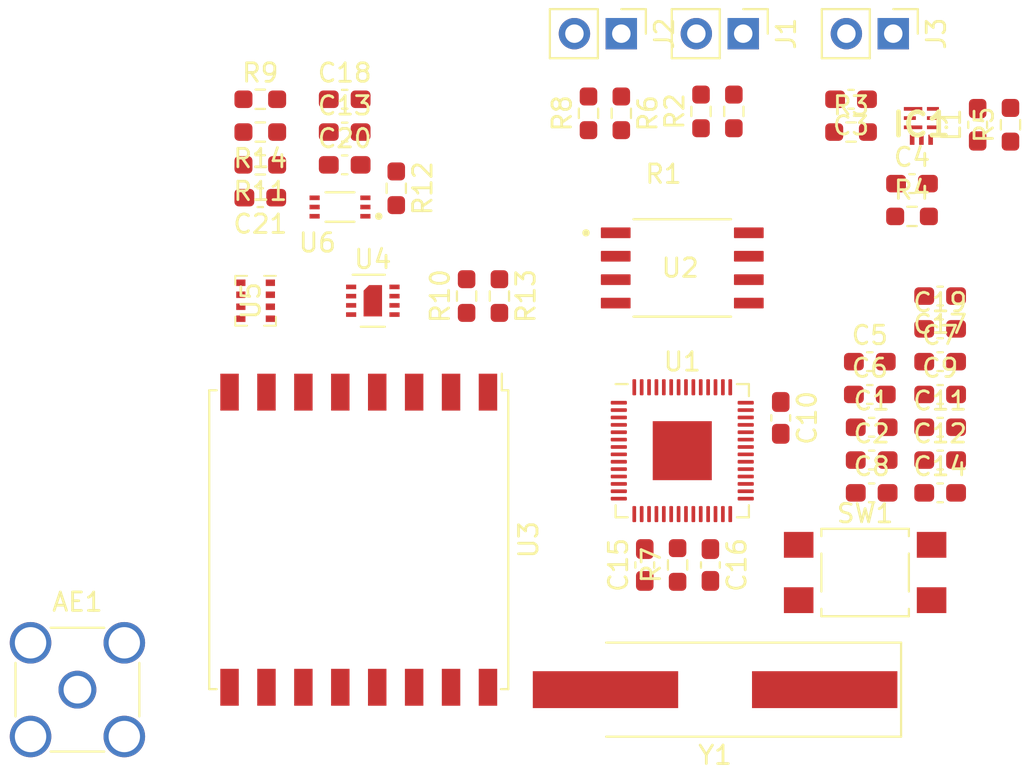
<source format=kicad_pcb>
(kicad_pcb (version 20211014) (generator pcbnew)
  (layers (0 "F.Cu" signal) (31 "B.Cu" signal) (34 "B.Paste" user) (35 "F.Paste" user) (36 "B.SilkS" user "B.Silkscreen") (37 "F.SilkS" user "F.Silkscreen") (38 "B.Mask" user) (39 "F.Mask" user) (44 "Edge.Cuts" user))
  (net 0 "")
  (net 1 "Net-(AE1-Pad1)")
  (net 2 "+1V1")
  (net 3 "GND")
  (net 4 "+BATT")
  (net 5 "Net-(C4-Pad2)")
  (net 6 "+3.3V")
  (net 7 "/XIN")
  (net 8 "Net-(C16-Pad2)")
  (net 9 "Net-(C21-Pad1)")
  (net 10 "Net-(IC1-Pad1)")
  (net 11 "Net-(IC1-Pad2)")
  (net 12 "Net-(IC1-Pad7)")
  (net 13 "Net-(IC1-Pad9)")
  (net 14 "/USB_D+")
  (net 15 "/USB_D-")
  (net 16 "/USB_BOOT")
  (net 17 "Net-(R1-Pad1)")
  (net 18 "Net-(R2-Pad1)")
  (net 19 "/QSPI_SS")
  (net 20 "/XOUT")
  (net 21 "/SDA")
  (net 22 "/SCL")
  (net 23 "Net-(R12-Pad2)")
  (net 24 "Net-(SW1-Pad2)")
  (net 27 "/MOSI_LORA")
  (net 28 "/CS_LORA")
  (net 29 "/SCK_LORA")
  (net 30 "/MISO_LORA")
  (net 31 "/GPIO_ALERT_SHT30")
  (net 32 "/DIO0_LORA")
  (net 33 "/DIO1_LORA")
  (net 34 "/DIO2_LORA")
  (net 35 "/DIO3_LORA")
  (net 36 "/DIO4_LORA")
  (net 37 "/DIO5_LORA")
  (net 56 "/QSPI_SD3")
  (net 57 "/QSPI_SCLK")
  (net 58 "/QSPI_SD0")
  (net 59 "/QSPI_SD2")
  (net 60 "/QSPI_SD1")
  (footprint "Resistor_SMD:R_0603_1608Metric_Pad0.98x0.95mm_HandSolder" (layer "F.Cu") (at 50.8 46.228 180)
    (fp_text reference "R14" (at 0 -1.43) (layer "F.SilkS"))
    (fp_text value "10k")
    (fp_line (start -0.254724 0.5225) (end 0.254724 0.5225) (layer "F.SilkS") (width 0.12))
    (fp_line (start -0.254724 -0.5225) (end 0.254724 -0.5225) (layer "F.SilkS") (width 0.12))
    (pad "1" smd roundrect (at -0.9125 0 180) (size 0.975 0.95) (layers "F.Cu" "F.Paste" "F.Mask") (net 21 "/SDA"))
    (pad "2" smd roundrect (at 0.9125 0 180) (size 0.975 0.95) (layers "F.Cu" "F.Paste" "F.Mask") (net 6 "+3.3V"))
  )
  (footprint "Resistor_SMD:R_0603_1608Metric_Pad0.98x0.95mm_HandSolder" (layer "F.Cu") (at 82.804 46.228)
    (fp_text reference "R3" (at 0 -1.43) (layer "F.SilkS"))
    (fp_text value "40.2k")
    (fp_line (start -0.254724 0.5225) (end 0.254724 0.5225) (layer "F.SilkS") (width 0.12))
    (fp_line (start -0.254724 -0.5225) (end 0.254724 -0.5225) (layer "F.SilkS") (width 0.12))
    (pad "1" smd roundrect (at -0.9125 0) (size 0.975 0.95) (layers "F.Cu" "F.Paste" "F.Mask") (net 3 "GND"))
    (pad "2" smd roundrect (at 0.9125 0) (size 0.975 0.95) (layers "F.Cu" "F.Paste" "F.Mask") (net 12 "Net-(IC1-Pad7)"))
  )
  (footprint "Resistor_SMD:R_0603_1608Metric_Pad0.98x0.95mm_HandSolder" (layer "F.Cu") (at 50.8 44.45)
    (fp_text reference "R9" (at 0 -1.43) (layer "F.SilkS"))
    (fp_text value "10k")
    (fp_line (start -0.254724 0.5225) (end 0.254724 0.5225) (layer "F.SilkS") (width 0.12))
    (fp_line (start -0.254724 -0.5225) (end 0.254724 -0.5225) (layer "F.SilkS") (width 0.12))
    (pad "1" smd roundrect (at -0.9125 0) (size 0.975 0.95) (layers "F.Cu" "F.Paste" "F.Mask") (net 6 "+3.3V"))
    (pad "2" smd roundrect (at 0.9125 0) (size 0.975 0.95) (layers "F.Cu" "F.Paste" "F.Mask") (net 21 "/SDA"))
  )
  (footprint "Flashs:SOIC127P790X216-8N" (layer "F.Cu") (at 73.66 53.594)
    (fp_text reference "U2" (at -0.111 0) (layer "F.SilkS"))
    (fp_text value "W25Q128JVSIQ")
    (fp_line (start -2.64 -2.64) (end 2.64 -2.64) (layer "F.SilkS") (width 0.127))
    (fp_line (start -2.64 2.64) (end 2.64 2.64) (layer "F.SilkS") (width 0.127))
    (fp_circle (center -5.215 -1.905) (end -5.115 -1.905) (layer "F.SilkS") (width 0.2) (fill none))
    (pad "1" smd roundrect locked (at -3.605 -1.905) (size 1.61 0.58) (layers "F.Cu" "F.Paste" "F.Mask") (roundrect_rratio 0.07) (net 19 "/QSPI_SS"))
    (pad "2" smd roundrect locked (at -3.605 -0.635) (size 1.61 0.58) (layers "F.Cu" "F.Paste" "F.Mask") (roundrect_rratio 0.07) (net 60 "/QSPI_SD1"))
    (pad "3" smd roundrect locked (at -3.605 0.635) (size 1.61 0.58) (layers "F.Cu" "F.Paste" "F.Mask") (roundrect_rratio 0.07) (net 59 "/QSPI_SD2"))
    (pad "4" smd roundrect locked (at -3.605 1.905) (size 1.61 0.58) (layers "F.Cu" "F.Paste" "F.Mask") (roundrect_rratio 0.07) (net 3 "GND"))
    (pad "5" smd roundrect locked (at 3.605 1.905) (size 1.61 0.58) (layers "F.Cu" "F.Paste" "F.Mask") (roundrect_rratio 0.07) (net 58 "/QSPI_SD0"))
    (pad "6" smd roundrect locked (at 3.605 0.635) (size 1.61 0.58) (layers "F.Cu" "F.Paste" "F.Mask") (roundrect_rratio 0.07) (net 57 "/QSPI_SCLK"))
    (pad "7" smd roundrect locked (at 3.605 -0.635) (size 1.61 0.58) (layers "F.Cu" "F.Paste" "F.Mask") (roundrect_rratio 0.07) (net 56 "/QSPI_SD3"))
    (pad "8" smd roundrect locked (at 3.605 -1.905) (size 1.61 0.58) (layers "F.Cu" "F.Paste" "F.Mask") (roundrect_rratio 0.07) (net 6 "+3.3V"))
  )
  (footprint "Connector_PinHeader_2.54mm:PinHeader_1x02_P2.54mm_Vertical" (layer "F.Cu") (at 70.358 40.894 -90)
    (fp_text reference "J2" (at 0 -2.33 90) (layer "F.SilkS"))
    (fp_text value "Conn_01x02")
    (fp_line (start -1.33 1.27) (end 1.33 1.27) (layer "F.SilkS") (width 0.12))
    (fp_line (start 1.33 1.27) (end 1.33 3.87) (layer "F.SilkS") (width 0.12))
    (fp_line (start -1.33 -1.33) (end 0 -1.33) (layer "F.SilkS") (width 0.12))
    (fp_line (start -1.33 3.87) (end 1.33 3.87) (layer "F.SilkS") (width 0.12))
    (fp_line (start -1.33 0) (end -1.33 -1.33) (layer "F.SilkS") (width 0.12))
    (fp_line (start -1.33 1.27) (end -1.33 3.87) (layer "F.SilkS") (width 0.12))
    (pad "1" thru_hole rect (at 0 0 270) (size 1.7 1.7) (drill 1) (layers *.Cu *.Mask) (net 16 "/USB_BOOT"))
    (pad "2" thru_hole oval (at 0 2.54 270) (size 1.7 1.7) (drill 1) (layers *.Cu *.Mask) (net 3 "GND"))
  )
  (footprint "Capacitor_SMD:C_0603_1608Metric_Pad1.08x0.95mm_HandSolder" (layer "F.Cu") (at 87.63 60.452)
    (fp_text reference "C9" (at 0 -1.43) (layer "F.SilkS"))
    (fp_text value "100nF")
    (fp_line (start -0.146267 0.51) (end 0.146267 0.51) (layer "F.SilkS") (width 0.12))
    (fp_line (start -0.146267 -0.51) (end 0.146267 -0.51) (layer "F.SilkS") (width 0.12))
    (pad "1" smd roundrect (at -0.8625 0) (size 1.075 0.95) (layers "F.Cu" "F.Paste" "F.Mask") (net 6 "+3.3V"))
    (pad "2" smd roundrect (at 0.8625 0) (size 1.075 0.95) (layers "F.Cu" "F.Paste" "F.Mask") (net 3 "GND"))
  )
  (footprint "Capacitor_SMD:C_0603_1608Metric_Pad1.08x0.95mm_HandSolder" (layer "F.Cu") (at 87.63 58.674)
    (fp_text reference "C7" (at 0 -1.43) (layer "F.SilkS"))
    (fp_text value "100nF")
    (fp_line (start -0.146267 -0.51) (end 0.146267 -0.51) (layer "F.SilkS") (width 0.12))
    (fp_line (start -0.146267 0.51) (end 0.146267 0.51) (layer "F.SilkS") (width 0.12))
    (pad "1" smd roundrect (at -0.8625 0) (size 1.075 0.95) (layers "F.Cu" "F.Paste" "F.Mask") (net 6 "+3.3V"))
    (pad "2" smd roundrect (at 0.8625 0) (size 1.075 0.95) (layers "F.Cu" "F.Paste" "F.Mask") (net 3 "GND"))
  )
  (footprint "Resistor_SMD:R_0603_1608Metric_Pad0.98x0.95mm_HandSolder" (layer "F.Cu") (at 63.754 55.118 -90)
    (fp_text reference "R13" (at 0 -1.43 90) (layer "F.SilkS"))
    (fp_text value "10k")
    (fp_line (start -0.254724 -0.5225) (end 0.254724 -0.5225) (layer "F.SilkS") (width 0.12))
    (fp_line (start -0.254724 0.5225) (end 0.254724 0.5225) (layer "F.SilkS") (width 0.12))
    (pad "1" smd roundrect (at -0.9125 0 270) (size 0.975 0.95) (layers "F.Cu" "F.Paste" "F.Mask") (net 22 "/SCL"))
    (pad "2" smd roundrect (at 0.9125 0 270) (size 0.975 0.95) (layers "F.Cu" "F.Paste" "F.Mask") (net 6 "+3.3V"))
  )
  (footprint "Capacitor_SMD:C_0603_1608Metric_Pad1.08x0.95mm_HandSolder" (layer "F.Cu") (at 83.82 58.674)
    (fp_text reference "C5" (at 0 -1.43) (layer "F.SilkS"))
    (fp_text value "100nF")
    (fp_line (start -0.146267 -0.51) (end 0.146267 -0.51) (layer "F.SilkS") (width 0.12))
    (fp_line (start -0.146267 0.51) (end 0.146267 0.51) (layer "F.SilkS") (width 0.12))
    (pad "1" smd roundrect (at -0.8625 0) (size 1.075 0.95) (layers "F.Cu" "F.Paste" "F.Mask") (net 6 "+3.3V"))
    (pad "2" smd roundrect (at 0.8625 0) (size 1.075 0.95) (layers "F.Cu" "F.Paste" "F.Mask") (net 3 "GND"))
  )
  (footprint "Resistor_SMD:R_0603_1608Metric_Pad0.98x0.95mm_HandSolder" (layer "F.Cu") (at 76.454 45.1085 90)
    (fp_text reference "R1" (at -3.396 -3.81) (layer "F.SilkS"))
    (fp_text value "27")
    (fp_line (start -0.254724 -0.5225) (end 0.254724 -0.5225) (layer "F.SilkS") (width 0.12))
    (fp_line (start -0.254724 0.5225) (end 0.254724 0.5225) (layer "F.SilkS") (width 0.12))
    (pad "1" smd roundrect (at -0.9125 0 90) (size 0.975 0.95) (layers "F.Cu" "F.Paste" "F.Mask") (net 17 "Net-(R1-Pad1)"))
    (pad "2" smd roundrect (at 0.9125 0 90) (size 0.975 0.95) (layers "F.Cu" "F.Paste" "F.Mask") (net 14 "/USB_D+"))
  )
  (footprint "Resistor_SMD:R_0603_1608Metric_Pad0.98x0.95mm_HandSolder" (layer "F.Cu") (at 50.8 48.006 180)
    (fp_text reference "R11" (at 0 -1.43) (layer "F.SilkS"))
    (fp_text value "1k")
    (fp_line (start -0.254724 0.5225) (end 0.254724 0.5225) (layer "F.SilkS") (width 0.12))
    (fp_line (start -0.254724 -0.5225) (end 0.254724 -0.5225) (layer "F.SilkS") (width 0.12))
    (pad "1" smd roundrect (at -0.9125 0 180) (size 0.975 0.95) (layers "F.Cu" "F.Paste" "F.Mask") (net 9 "Net-(C21-Pad1)"))
    (pad "2" smd roundrect (at 0.9125 0 180) (size 0.975 0.95) (layers "F.Cu" "F.Paste" "F.Mask") (net 6 "+3.3V"))
  )
  (footprint "Connector_PinHeader_2.54mm:PinHeader_1x02_P2.54mm_Vertical" (layer "F.Cu") (at 85.09 40.894 -90)
    (fp_text reference "J3" (at 0 -2.33 90) (layer "F.SilkS"))
    (fp_text value "Conn_01x02")
    (fp_line (start 1.33 1.27) (end 1.33 3.87) (layer "F.SilkS") (width 0.12))
    (fp_line (start -1.33 1.27) (end 1.33 1.27) (layer "F.SilkS") (width 0.12))
    (fp_line (start -1.33 0) (end -1.33 -1.33) (layer "F.SilkS") (width 0.12))
    (fp_line (start -1.33 -1.33) (end 0 -1.33) (layer "F.SilkS") (width 0.12))
    (fp_line (start -1.33 3.87) (end 1.33 3.87) (layer "F.SilkS") (width 0.12))
    (fp_line (start -1.33 1.27) (end -1.33 3.87) (layer "F.SilkS") (width 0.12))
    (pad "1" thru_hole rect (at 0 0 270) (size 1.7 1.7) (drill 1) (layers *.Cu *.Mask) (net 4 "+BATT"))
    (pad "2" thru_hole oval (at 0 2.54 270) (size 1.7 1.7) (drill 1) (layers *.Cu *.Mask) (net 3 "GND"))
  )
  (footprint "RF_Module:HOPERF_RFM9XW_SMD" (layer "F.Cu") (at 56.134 68.326 -90)
    (fp_text reference "U3" (at 0 -9.2 90) (layer "F.SilkS"))
    (fp_text value "RFM95W-868S2")
    (fp_line (start 8.1 -8.1) (end 8.1 -7.7) (layer "F.SilkS") (width 0.12))
    (fp_line (start -8.1 -8.1) (end 8.1 -8.1) (layer "F.SilkS") (width 0.12))
    (fp_line (start -8.1 7.7) (end -8.1 8.1) (layer "F.SilkS") (width 0.12))
    (fp_line (start -8.1 -8.1) (end -8.1 -7.75) (layer "F.SilkS") (width 0.12))
    (fp_line (start -8.1 8.1) (end 8.1 8.1) (layer "F.SilkS") (width 0.12))
    (fp_line (start 8.1 8.1) (end 8.1 7.7) (layer "F.SilkS") (width 0.12))
    (fp_line (start -8.1 -7.75) (end -9 -7.75) (layer "F.SilkS") (width 0.12))
    (pad "1" smd rect (at -8 -7 270) (size 2 1) (layers "F.Cu" "F.Paste" "F.Mask") (net 3 "GND"))
    (pad "2" smd rect (at -8 -5 270) (size 2 1) (layers "F.Cu" "F.Paste" "F.Mask") (net 30 "/MISO_LORA"))
    (pad "3" smd rect (at -8 -3 270) (size 2 1) (layers "F.Cu" "F.Paste" "F.Mask") (net 27 "/MOSI_LORA"))
    (pad "4" smd rect (at -8 -1 270) (size 2 1) (layers "F.Cu" "F.Paste" "F.Mask") (net 29 "/SCK_LORA"))
    (pad "5" smd rect (at -8 1 270) (size 2 1) (layers "F.Cu" "F.Paste" "F.Mask") (net 28 "/CS_LORA"))
    (pad "6" smd rect (at -8 3 270) (size 2 1) (layers "F.Cu" "F.Paste" "F.Mask") (net 3 "GND"))
    (pad "7" smd rect (at -8 5 270) (size 2 1) (layers "F.Cu" "F.Paste" "F.Mask") (net 32 "/DIO0_LORA"))
    (pad "8" smd rect (at -8 7 270) (size 2 1) (layers "F.Cu" "F.Paste" "F.Mask") (net 3 "GND"))
    (pad "9" smd rect (at 8 7 270) (size 2 1) (layers "F.Cu" "F.Paste" "F.Mask") (net 1 "Net-(AE1-Pad1)"))
    (pad "10" smd rect (at 8 5 270) (size 2 1) (layers "F.Cu" "F.Paste" "F.Mask") (net 3 "GND"))
    (pad "11" smd rect (at 8 3 270) (size 2 1) (layers "F.Cu" "F.Paste" "F.Mask") (net 34 "/DIO2_LORA"))
    (pad "12" smd rect (at 8 1 270) (size 2 1) (layers "F.Cu" "F.Paste" "F.Mask") (net 33 "/DIO1_LORA"))
    (pad "13" smd rect (at 8 -1 270) (size 2 1) (layers "F.Cu" "F.Paste" "F.Mask") (net 6 "+3.3V"))
    (pad "14" smd rect (at 8 -3 270) (size 2 1) (layers "F.Cu" "F.Paste" "F.Mask") (net 37 "/DIO5_LORA"))
    (pad "15" smd rect (at 8 -5 270) (size 2 1) (layers "F.Cu" "F.Paste" "F.Mask") (net 36 "/DIO4_LORA"))
    (pad "16" smd rect (at 8 -7 270) (size 2 1) (layers "F.Cu" "F.Paste" "F.Mask") (net 35 "/DIO3_LORA"))
  )
  (footprint "Capacitor_SMD:C_0603_1608Metric_Pad1.08x0.95mm_HandSolder" (layer "F.Cu") (at 87.63 62.23)
    (fp_text reference "C11" (at 0 -1.43) (layer "F.SilkS"))
    (fp_text value "100nF")
    (fp_line (start -0.146267 -0.51) (end 0.146267 -0.51) (layer "F.SilkS") (width 0.12))
    (fp_line (start -0.146267 0.51) (end 0.146267 0.51) (layer "F.SilkS") (width 0.12))
    (pad "1" smd roundrect (at -0.8625 0) (size 1.075 0.95) (layers "F.Cu" "F.Paste" "F.Mask") (net 6 "+3.3V"))
    (pad "2" smd roundrect (at 0.8625 0) (size 1.075 0.95) (layers "F.Cu" "F.Paste" "F.Mask") (net 3 "GND"))
  )
  (footprint "Capacitor_SMD:C_0603_1608Metric_Pad1.08x0.95mm_HandSolder" (layer "F.Cu") (at 75.184 69.6965 -90)
    (fp_text reference "C16" (at 0 -1.43 90) (layer "F.SilkS"))
    (fp_text value "27pF")
    (fp_line (start -0.146267 0.51) (end 0.146267 0.51) (layer "F.SilkS") (width 0.12))
    (fp_line (start -0.146267 -0.51) (end 0.146267 -0.51) (layer "F.SilkS") (width 0.12))
    (pad "1" smd roundrect (at -0.8625 0 270) (size 1.075 0.95) (layers "F.Cu" "F.Paste" "F.Mask") (net 3 "GND"))
    (pad "2" smd roundrect (at 0.8625 0 270) (size 1.075 0.95) (layers "F.Cu" "F.Paste" "F.Mask") (net 8 "Net-(C16-Pad2)"))
  )
  (footprint "Capacitor_SMD:C_0603_1608Metric_Pad1.08x0.95mm_HandSolder" (layer "F.Cu") (at 87.63 65.786)
    (fp_text reference "C14" (at 0 -1.43) (layer "F.SilkS"))
    (fp_text value "100nF")
    (fp_line (start -0.146267 0.51) (end 0.146267 0.51) (layer "F.SilkS") (width 0.12))
    (fp_line (start -0.146267 -0.51) (end 0.146267 -0.51) (layer "F.SilkS") (width 0.12))
    (pad "1" smd roundrect (at -0.8625 0) (size 1.075 0.95) (layers "F.Cu" "F.Paste" "F.Mask") (net 6 "+3.3V"))
    (pad "2" smd roundrect (at 0.8625 0) (size 1.075 0.95) (layers "F.Cu" "F.Paste" "F.Mask") (net 3 "GND"))
  )
  (footprint "Capacitor_SMD:C_0603_1608Metric_Pad1.08x0.95mm_HandSolder" (layer "F.Cu") (at 50.8 49.784 180)
    (fp_text reference "C21" (at 0 -1.43) (layer "F.SilkS"))
    (fp_text value "100nF")
    (fp_line (start -0.146267 -0.51) (end 0.146267 -0.51) (layer "F.SilkS") (width 0.12))
    (fp_line (start -0.146267 0.51) (end 0.146267 0.51) (layer "F.SilkS") (width 0.12))
    (pad "1" smd roundrect (at -0.8625 0 180) (size 1.075 0.95) (layers "F.Cu" "F.Paste" "F.Mask") (net 9 "Net-(C21-Pad1)"))
    (pad "2" smd roundrect (at 0.8625 0 180) (size 1.075 0.95) (layers "F.Cu" "F.Paste" "F.Mask") (net 3 "GND"))
  )
  (footprint "Resistor_SMD:R_0603_1608Metric_Pad0.98x0.95mm_HandSolder" (layer "F.Cu") (at 73.406 69.6965 90)
    (fp_text reference "R7" (at 0 -1.43 90) (layer "F.SilkS"))
    (fp_text value "1k")
    (fp_line (start -0.254724 -0.5225) (end 0.254724 -0.5225) (layer "F.SilkS") (width 0.12))
    (fp_line (start -0.254724 0.5225) (end 0.254724 0.5225) (layer "F.SilkS") (width 0.12))
    (pad "1" smd roundrect (at -0.9125 0 90) (size 0.975 0.95) (layers "F.Cu" "F.Paste" "F.Mask") (net 8 "Net-(C16-Pad2)"))
    (pad "2" smd roundrect (at 0.9125 0 90) (size 0.975 0.95) (layers "F.Cu" "F.Paste" "F.Mask") (net 20 "/XOUT"))
  )
  (footprint "Button_Switch_SMD:SW_SPST_TL3305A" (layer "F.Cu") (at 83.566 70.104)
    (fp_text reference "SW1" (at 0 -3.2) (layer "F.SilkS"))
    (fp_text value "SW_Push")
    (fp_line (start 2.37 1.03) (end 2.37 -1.03) (layer "F.SilkS") (width 0.12))
    (fp_line (start 2.37 2.37) (end 2.37 1.97) (layer "F.SilkS") (width 0.12))
    (fp_line (start 2.37 -2.37) (end 2.37 -1.97) (layer "F.SilkS") (width 0.12))
    (fp_line (start -2.37 -2.37) (end 2.37 -2.37) (layer "F.SilkS") (width 0.12))
    (fp_line (start -2.37 1.03) (end -2.37 -1.03) (layer "F.SilkS") (width 0.12))
    (fp_line (start -2.37 2.37) (end -2.37 1.97) (layer "F.SilkS") (width 0.12))
    (fp_line (start -2.37 -2.37) (end -2.37 -1.97) (layer "F.SilkS") (width 0.12))
    (fp_line (start -2.37 2.37) (end 2.37 2.37) (layer "F.SilkS") (width 0.12))
    (pad "1" smd rect (at -3.6 -1.5) (size 1.6 1.4) (layers "F.Cu" "F.Paste" "F.Mask") (net 3 "GND"))
    (pad "1" smd rect (at 3.6 -1.5) (size 1.6 1.4) (layers "F.Cu" "F.Paste" "F.Mask") (net 3 "GND"))
    (pad "2" smd rect (at -3.6 1.5) (size 1.6 1.4) (layers "F.Cu" "F.Paste" "F.Mask") (net 24 "Net-(SW1-Pad2)"))
    (pad "2" smd rect (at 3.6 1.5) (size 1.6 1.4) (layers "F.Cu" "F.Paste" "F.Mask") (net 24 "Net-(SW1-Pad2)"))
  )
  (footprint "Sensor_Humidity:Sensirion_DFN-8-1EP_2.5x2.5mm_P0.5mm_EP1.1x1.7mm" (layer "F.Cu") (at 56.896 55.372)
    (fp_text reference "U4" (at 0 -2.25) (layer "F.SilkS"))
    (fp_text value "SHT30-DIS")
    (fp_line (start -0.65 1.41) (end 0.65 1.41) (layer "F.SilkS") (width 0.12))
    (fp_line (start -1.09 -1.41) (end 0.65 -1.41) (layer "F.SilkS") (width 0.12))
    (pad "1" smd rect (at -1.175 -0.75) (size 0.55 0.25) (layers "F.Cu" "F.Paste" "F.Mask") (net 21 "/SDA"))
    (pad "2" smd rect (at -1.175 -0.25) (size 0.55 0.25) (layers "F.Cu" "F.Paste" "F.Mask") (net 3 "GND"))
    (pad "3" smd rect (at -1.175 0.25) (size 0.55 0.25) (layers "F.Cu" "F.Paste" "F.Mask") (net 31 "/GPIO_ALERT_SHT30"))
    (pad "4" smd rect (at -1.175 0.75 180) (size 0.55 0.25) (layers "F.Cu" "F.Paste" "F.Mask") (net 22 "/SCL"))
    (pad "5" smd rect (at 1.175 0.75) (size 0.55 0.25) (layers "F.Cu" "F.Paste" "F.Mask") (net 6 "+3.3V"))
    (pad "6" smd rect (at 1.175 0.25) (size 0.55 0.25) (layers "F.Cu" "F.Paste" "F.Mask") (net 3 "GND"))
    (pad "7" smd rect (at 1.175 -0.25) (size 0.55 0.25) (layers "F.Cu" "F.Paste" "F.Mask") (net 3 "GND"))
    (pad "8" smd rect (at 1.175 -0.75) (size 0.55 0.25) (layers "F.Cu" "F.Paste" "F.Mask") (net 3 "GND"))
    (pad "9" smd custom (at 0 0) (size 1 1) (layers "F.Cu" "F.Mask") (net 3 "GND") (options (clearance outline) (anchor circle)) (primitives (gr_poly (pts (xy 0.5 0.85) (xy -0.5 0.85) (xy -0.5 -0.55) (xy -0.2 -0.85) (xy 0.5 -0.85)) (width 0) (fill yes))))
  )
  (footprint "Inductor_SMD:L_0603_1608Metric_Pad1.05x0.95mm_HandSolder" (layer "F.Cu") (at 89.662 45.833 90)
    (fp_text reference "L1" (at 0 -1.43 90) (layer "F.SilkS"))
    (fp_text value "1uH")
    (fp_line (start -0.171267 -0.51) (end 0.171267 -0.51) (layer "F.SilkS") (width 0.12))
    (fp_line (start -0.171267 0.51) (end 0.171267 0.51) (layer "F.SilkS") (width 0.12))
    (pad "1" smd roundrect (at -0.875 0 90) (size 1.05 0.95) (layers "F.Cu" "F.Paste" "F.Mask") (net 11 "Net-(IC1-Pad2)"))
    (pad "2" smd roundrect (at 0.875 0 90) (size 1.05 0.95) (layers "F.Cu" "F.Paste" "F.Mask") (net 6 "+3.3V"))
  )
  (footprint "Capacitor_SMD:C_0603_1608Metric_Pad1.08x0.95mm_HandSolder" (layer "F.Cu") (at 82.804 44.45 180)
    (fp_text reference "C3" (at 0 -1.43) (layer "F.SilkS"))
    (fp_text value "10uF")
    (fp_line (start -0.146267 0.51) (end 0.146267 0.51) (layer "F.SilkS") (width 0.12))
    (fp_line (start -0.146267 -0.51) (end 0.146267 -0.51) (layer "F.SilkS") (width 0.12))
    (pad "1" smd roundrect (at -0.8625 0 180) (size 1.075 0.95) (layers "F.Cu" "F.Paste" "F.Mask") (net 4 "+BATT"))
    (pad "2" smd roundrect (at 0.8625 0 180) (size 1.075 0.95) (layers "F.Cu" "F.Paste" "F.Mask") (net 3 "GND"))
  )
  (footprint "Capacitor_SMD:C_0603_1608Metric_Pad1.08x0.95mm_HandSolder" (layer "F.Cu") (at 83.9205 65.786)
    (fp_text reference "C8" (at 0 -1.43) (layer "F.SilkS"))
    (fp_text value "1uF")
    (fp_line (start -0.146267 -0.51) (end 0.146267 -0.51) (layer "F.SilkS") (width 0.12))
    (fp_line (start -0.146267 0.51) (end 0.146267 0.51) (layer "F.SilkS") (width 0.12))
    (pad "1" smd roundrect (at -0.8625 0) (size 1.075 0.95) (layers "F.Cu" "F.Paste" "F.Mask") (net 2 "+1V1"))
    (pad "2" smd roundrect (at 0.8625 0) (size 1.075 0.95) (layers "F.Cu" "F.Paste" "F.Mask") (net 3 "GND"))
  )
  (footprint "Connector_Coaxial:SMA_Amphenol_901-144_Vertical" (layer "F.Cu") (at 40.894 76.454)
    (fp_text reference "AE1" (at 0 -4.75) (layer "F.SilkS"))
    (fp_text value "Antenna")
    (fp_line (start -3.355 -1.45) (end -3.355 1.45) (layer "F.SilkS") (width 0.12))
    (fp_line (start -1.45 3.355) (end 1.45 3.355) (layer "F.SilkS") (width 0.12))
    (fp_line (start 3.355 -1.45) (end 3.355 1.45) (layer "F.SilkS") (width 0.12))
    (fp_line (start -1.45 -3.355) (end 1.45 -3.355) (layer "F.SilkS") (width 0.12))
    (pad "1" thru_hole circle (at 0 0) (size 2.05 2.05) (drill 1.5) (layers *.Cu *.Mask) (net 1 "Net-(AE1-Pad1)"))
    (pad "2" thru_hole circle (at 2.54 2.54) (size 2.25 2.25) (drill 1.7) (layers *.Cu *.Mask))
    (pad "2" thru_hole circle (at -2.54 -2.54) (size 2.25 2.25) (drill 1.7) (layers *.Cu *.Mask))
    (pad "2" thru_hole circle (at 2.54 -2.54) (size 2.25 2.25) (drill 1.7) (layers *.Cu *.Mask))
    (pad "2" thru_hole circle (at -2.54 2.54) (size 2.25 2.25) (drill 1.7) (layers *.Cu *.Mask))
  )
  (footprint "Capacitor_SMD:C_0603_1608Metric_Pad1.08x0.95mm_HandSolder" (layer "F.Cu") (at 83.9205 64.008)
    (fp_text reference "C2" (at 0 -1.43) (layer "F.SilkS"))
    (fp_text value "100nF")
    (fp_line (start -0.146267 -0.51) (end 0.146267 -0.51) (layer "F.SilkS") (width 0.12))
    (fp_line (start -0.146267 0.51) (end 0.146267 0.51) (layer "F.SilkS") (width 0.12))
    (pad "1" smd roundrect (at -0.8625 0) (size 1.075 0.95) (layers "F.Cu" "F.Paste" "F.Mask") (net 2 "+1V1"))
    (pad "2" smd roundrect (at 0.8625 0) (size 1.075 0.95) (layers "F.Cu" "F.Paste" "F.Mask") (net 3 "GND"))
  )
  (footprint "Capacitor_SMD:C_0603_1608Metric_Pad1.08x0.95mm_HandSolder" (layer "F.Cu") (at 71.628 69.6965 90)
    (fp_text reference "C15" (at 0 -1.43 90) (layer "F.SilkS"))
    (fp_text value "27pF")
    (fp_line (start -0.146267 -0.51) (end 0.146267 -0.51) (layer "F.SilkS") (width 0.12))
    (fp_line (start -0.146267 0.51) (end 0.146267 0.51) (layer "F.SilkS") (width 0.12))
    (pad "1" smd roundrect (at -0.8625 0 90) (size 1.075 0.95) (layers "F.Cu" "F.Paste" "F.Mask") (net 3 "GND"))
    (pad "2" smd roundrect (at 0.8625 0 90) (size 1.075 0.95) (layers "F.Cu" "F.Paste" "F.Mask") (net 7 "/XIN"))
  )
  (footprint "Resistor_SMD:R_0603_1608Metric_Pad0.98x0.95mm_HandSolder" (layer "F.Cu") (at 91.44 45.833 90)
    (fp_text reference "R5" (at 0 -1.43 90) (layer "F.SilkS"))
    (fp_text value "100k")
    (fp_line (start -0.254724 0.5225) (end 0.254724 0.5225) (layer "F.SilkS") (width 0.12))
    (fp_line (start -0.254724 -0.5225) (end 0.254724 -0.5225) (layer "F.SilkS") (width 0.12))
    (pad "1" smd roundrect (at -0.9125 0 90) (size 0.975 0.95) (layers "F.Cu" "F.Paste" "F.Mask") (net 10 "Net-(IC1-Pad1)"))
    (pad "2" smd roundrect (at 0.9125 0 90) (size 0.975 0.95) (layers "F.Cu" "F.Paste" "F.Mask") (net 6 "+3.3V"))
  )
  (footprint "Capacitor_SMD:C_0603_1608Metric_Pad1.08x0.95mm_HandSolder" (layer "F.Cu") (at 83.9205 62.23)
    (fp_text reference "C1" (at 0 -1.43) (layer "F.SilkS"))
    (fp_text value "100nF")
    (fp_line (start -0.146267 0.51) (end 0.146267 0.51) (layer "F.SilkS") (width 0.12))
    (fp_line (start -0.146267 -0.51) (end 0.146267 -0.51) (layer "F.SilkS") (width 0.12))
    (pad "1" smd roundrect (at -0.8625 0) (size 1.075 0.95) (layers "F.Cu" "F.Paste" "F.Mask") (net 2 "+1V1"))
    (pad "2" smd roundrect (at 0.8625 0) (size 1.075 0.95) (layers "F.Cu" "F.Paste" "F.Mask") (net 3 "GND"))
  )
  (footprint "Resistor_SMD:R_0603_1608Metric_Pad0.98x0.95mm_HandSolder" (layer "F.Cu") (at 58.166 49.276 -90)
    (fp_text reference "R12" (at 0 -1.43 90) (layer "F.SilkS"))
    (fp_text value "1k")
    (fp_line (start -0.254724 0.5225) (end 0.254724 0.5225) (layer "F.SilkS") (width 0.12))
    (fp_line (start -0.254724 -0.5225) (end 0.254724 -0.5225) (layer "F.SilkS") (width 0.12))
    (pad "1" smd roundrect (at -0.9125 0 270) (size 0.975 0.95) (layers "F.Cu" "F.Paste" "F.Mask") (net 3 "GND"))
    (pad "2" smd roundrect (at 0.9125 0 270) (size 0.975 0.95) (layers "F.Cu" "F.Paste" "F.Mask") (net 23 "Net-(R12-Pad2)"))
  )
  (footprint "Resistor_SMD:R_0603_1608Metric_Pad0.98x0.95mm_HandSolder" (layer "F.Cu") (at 70.358 45.212 -90)
    (fp_text reference "R6" (at 0 -1.43 90) (layer "F.SilkS"))
    (fp_text value "1k")
    (fp_line (start -0.254724 0.5225) (end 0.254724 0.5225) (layer "F.SilkS") (width 0.12))
    (fp_line (start -0.254724 -0.5225) (end 0.254724 -0.5225) (layer "F.SilkS") (width 0.12))
    (pad "1" smd roundrect (at -0.9125 0 270) (size 0.975 0.95) (layers "F.Cu" "F.Paste" "F.Mask") (net 16 "/USB_BOOT"))
    (pad "2" smd roundrect (at 0.9125 0 270) (size 0.975 0.95) (layers "F.Cu" "F.Paste" "F.Mask") (net 19 "/QSPI_SS"))
  )
  (footprint "Resistor_SMD:R_0603_1608Metric_Pad0.98x0.95mm_HandSolder" (layer "F.Cu") (at 74.676 45.1085 90)
    (fp_text reference "R2" (at 0 -1.43 90) (layer "F.SilkS"))
    (fp_text value "27")
    (fp_line (start -0.254724 -0.5225) (end 0.254724 -0.5225) (layer "F.SilkS") (width 0.12))
    (fp_line (start -0.254724 0.5225) (end 0.254724 0.5225) (layer "F.SilkS") (width 0.12))
    (pad "1" smd roundrect (at -0.9125 0 90) (size 0.975 0.95) (layers "F.Cu" "F.Paste" "F.Mask") (net 18 "Net-(R2-Pad1)"))
    (pad "2" smd roundrect (at 0.9125 0 90) (size 0.975 0.95) (layers "F.Cu" "F.Paste" "F.Mask") (net 15 "/USB_D-"))
  )
  (footprint "Capacitor_SMD:C_0603_1608Metric_Pad1.08x0.95mm_HandSolder" (layer "F.Cu") (at 87.63 55.118 180)
    (fp_text reference "C17" (at 0 -1.524) (layer "F.SilkS"))
    (fp_text value "100nF")
    (fp_line (start -0.146267 0.51) (end 0.146267 0.51) (layer "F.SilkS") (width 0.12))
    (fp_line (start -0.146267 -0.51) (end 0.146267 -0.51) (layer "F.SilkS") (width 0.12))
    (pad "1" smd roundrect (at -0.8625 0 180) (size 1.075 0.95) (layers "F.Cu" "F.Paste" "F.Mask") (net 3 "GND"))
    (pad "2" smd roundrect (at 0.8625 0 180) (size 1.075 0.95) (layers "F.Cu" "F.Paste" "F.Mask") (net 6 "+3.3V"))
  )
  (footprint "Crystal:Crystal_SMD_HC49-SD_HandSoldering" (layer "F.Cu") (at 75.438 76.454 180)
    (fp_text reference "Y1" (at 0 -3.55) (layer "F.SilkS"))
    (fp_text value "Crystal")
    (fp_line (start -10.075 -2.55) (end -10.075 2.55) (layer "F.SilkS") (width 0.12))
    (fp_line (start -10.075 2.55) (end 5.9 2.55) (layer "F.SilkS") (width 0.12))
    (fp_line (start 5.9 -2.55) (end -10.075 -2.55) (layer "F.SilkS") (width 0.12))
    (pad "1" smd rect (at -5.9375 0 180) (size 7.875 2) (layers "F.Cu" "F.Paste" "F.Mask") (net 8 "Net-(C16-Pad2)"))
    (pad "2" smd rect (at 5.9375 0 180) (size 7.875 2) (layers "F.Cu" "F.Paste" "F.Mask") (net 7 "/XIN"))
  )
  (footprint "TPS62901RPJR:TPS62901RPJR" (layer "F.Cu") (at 86.614 45.72 180)
    (fp_text reference "IC1" (at 0 -0.1) (layer "F.SilkS") (effects (font (size 1.27 1.27) (thickness 0.254))))
    (fp_text value "TPS62901RPJR" hide)
    (fp_line (start -1.4 -0.25) (end -1.4 -0.25) (layer "F.SilkS") (width 0.1))
    (fp_line (start -1.3 -0.25) (end -1.3 -0.25) (layer "F.SilkS") (width 0.1))
    (fp_arc (start -1.3 -0.25) (mid -1.35 -0.2) (end -1.4 -0.25) (layer "F.SilkS") (width 0.1))
    (fp_arc (start -1.4 -0.25) (mid -1.35 -0.3) (end -1.3 -0.25) (layer "F.SilkS") (width 0.1))
    (pad "1" smd rect locked (at -0.625 -0.25 270) (size 0.2 0.65) (layers "F.Cu" "F.Paste" "F.Mask") (net 10 "Net-(IC1-Pad1)"))
    (pad "2" smd rect locked (at -0.625 0.25 270) (size 0.2 0.65) (layers "F.Cu" "F.Paste" "F.Mask") (net 11 "Net-(IC1-Pad2)"))
    (pad "3" smd rect locked (at -0.625 0.75 270) (size 0.2 0.65) (layers "F.Cu" "F.Paste" "F.Mask") (net 6 "+3.3V"))
    (pad "4" smd rect locked (at 0.45 0.75 270) (size 0.2 1) (layers "F.Cu" "F.Paste" "F.Mask") (net 3 "GND"))
    (pad "5" smd rect locked (at 0.625 0.25 270) (size 0.2 0.65) (layers "F.Cu" "F.Paste" "F.Mask") (net 4 "+BATT"))
    (pad "6" smd rect locked (at 0.45 -0.25 270) (size 0.2 1) (layers "F.Cu" "F.Paste" "F.Mask") (net 4 "+BATT"))
    (pad "7" smd rect locked (at 0.5 -0.925 180) (size 0.25 0.55) (layers "F.Cu" "F.Paste" "F.Mask") (net 12 "Net-(IC1-Pad7)"))
    (pad "8" smd rect locked (at 0 -0.925 180) (size 0.25 0.55) (layers "F.Cu" "F.Paste" "F.Mask") (net 5 "Net-(C4-Pad2)"))
    (pad "9" smd rect locked (at -0.5 -0.925 180) (size 0.25 0.55) (layers "F.Cu" "F.Paste" "F.Mask") (net 13 "Net-(IC1-Pad9)"))
  )
  (footprint "Capacitor_SMD:C_0603_1608Metric_Pad1.08x0.95mm_HandSolder" (layer "F.Cu") (at 87.63 64.008)
    (fp_text reference "C12" (at 0 -1.43) (layer "F.SilkS"))
    (fp_text value "100nF")
    (fp_line (start -0.146267 0.51) (end 0.146267 0.51) (layer "F.SilkS") (width 0.12))
    (fp_line (start -0.146267 -0.51) (end 0.146267 -0.51) (layer "F.SilkS") (width 0.12))
    (pad "1" smd roundrect (at -0.8625 0) (size 1.075 0.95) (layers "F.Cu" "F.Paste" "F.Mask") (net 6 "+3.3V"))
    (pad "2" smd roundrect (at 0.8625 0) (size 1.075 0.95) (layers "F.Cu" "F.Paste" "F.Mask") (net 3 "GND"))
  )
  (footprint "BH1750:XDCR_BH1750FVI-TR" (layer "F.Cu") (at 55.118 50.292 180)
    (fp_text reference "U6" (at 1.226565 -1.937485) (layer "F.SilkS") (effects (font (size 1.001283 1.001283))))
    (fp_text value "BH1750FVI-TR")
    (fp_line (start 0.78 -0.8) (end -0.78 -0.8) (layer "F.SilkS") (width 0.127))
    (fp_line (start -0.78 0.8) (end 0.78 0.8) (layer "F.SilkS") (width 0.127))
    (fp_circle (center -2.1 -0.5) (end -2 -0.5) (layer "F.SilkS") (width 0.2) (fill none))
    (pad "1" smd rect locked (at -1.375 -0.5 180) (size 0.55 0.25) (layers "F.Cu" "F.Paste" "F.Mask") (net 6 "+3.3V"))
    (pad "2" smd rect locked (at -1.375 0 180) (size 0.55 0.25) (layers "F.Cu" "F.Paste" "F.Mask") (net 23 "Net-(R12-Pad2)"))
    (pad "3" smd rect locked (at -1.375 0.5 180) (size 0.55 0.25) (layers "F.Cu" "F.Paste" "F.Mask") (net 3 "GND"))
    (pad "4" smd rect locked (at 1.375 0.5 180) (size 0.55 0.25) (layers "F.Cu" "F.Paste" "F.Mask") (net 21 "/SDA"))
    (pad "5" smd rect locked (at 1.375 0 180) (size 0.55 0.25) (layers "F.Cu" "F.Paste" "F.Mask") (net 9 "Net-(C21-Pad1)"))
    (pad "6" smd rect locked (at 1.375 -0.5 180) (size 0.55 0.25) (layers "F.Cu" "F.Paste" "F.Mask") (net 22 "/SCL"))
  )
  (footprint "Capacitor_SMD:C_0603_1608Metric_Pad1.08x0.95mm_HandSolder" (layer "F.Cu") (at 78.994 61.722 -90)
    (fp_text reference "C10" (at 0 -1.43 90) (layer "F.SilkS"))
    (fp_text value "100nF")
    (fp_line (start -0.146267 -0.51) (end 0.146267 -0.51) (layer "F.SilkS") (width 0.12))
    (fp_line (start -0.146267 0.51) (end 0.146267 0.51) (layer "F.SilkS") (width 0.12))
    (pad "1" smd roundrect (at -0.8625 0 270) (size 1.075 0.95) (layers "F.Cu" "F.Paste" "F.Mask") (net 6 "+3.3V"))
    (pad "2" smd roundrect (at 0.8625 0 270) (size 1.075 0.95) (layers "F.Cu" "F.Paste" "F.Mask") (net 3 "GND"))
  )
  (footprint "Resistor_SMD:R_0603_1608Metric_Pad0.98x0.95mm_HandSolder" (layer "F.Cu") (at 86.106 50.8)
    (fp_text reference "R4" (at 0 -1.43) (layer "F.SilkS"))
    (fp_text value "249k")
    (fp_line (start -0.254724 -0.5225) (end 0.254724 -0.5225) (layer "F.SilkS") (width 0.12))
    (fp_line (start -0.254724 0.5225) (end 0.254724 0.5225) (layer "F.SilkS") (width 0.12))
    (pad "1" smd roundrect (at -0.9125 0) (size 0.975 0.95) (layers "F.Cu" "F.Paste" "F.Mask") (net 3 "GND"))
    (pad "2" smd roundrect (at 0.9125 0) (size 0.975 0.95) (layers "F.Cu" "F.Paste" "F.Mask") (net 13 "Net-(IC1-Pad9)"))
  )
  (footprint "Capacitor_SMD:C_0603_1608Metric_Pad1.08x0.95mm_HandSolder" (layer "F.Cu") (at 55.372 48.006)
    (fp_text reference "C20" (at 0 -1.43) (layer "F.SilkS"))
    (fp_text value "10uF")
    (fp_line (start -0.146267 -0.51) (end 0.146267 -0.51) (layer "F.SilkS") (width 0.12))
    (fp_line (start -0.146267 0.51) (end 0.146267 0.51) (layer "F.SilkS") (width 0.12))
    (pad "1" smd roundrect (at -0.8625 0) (size 1.075 0.95) (layers "F.Cu" "F.Paste" "F.Mask") (net 6 "+3.3V"))
    (pad "2" smd roundrect (at 0.8625 0) (size 1.075 0.95) (layers "F.Cu" "F.Paste" "F.Mask") (net 3 "GND"))
  )
  (footprint "Package_LGA:Bosch_LGA-8_2x2.5mm_P0.65mm_ClockwisePinNumbering" (layer "F.Cu") (at 50.546 55.372 -90)
    (fp_text reference "U5" (at 0 0.254 90) (layer "F.SilkS"))
    (fp_text value "BMP280")
    (fp_line (start 0.87 1.1) (end 1.35 1.1) (layer "F.SilkS") (width 0.1))
    (fp_line (start -1.35 1.1) (end -1.35 0.46) (layer "F.SilkS") (width 0.1))
    (fp_line (start -1.35 1.1) (end -0.87 1.1) (layer "F.SilkS") (width 0.1))
    (fp_line (start 0.87 -1.1) (end 1.35 -1.1) (layer "F.SilkS") (width 0.1))
    (fp_line (start 1.35 1.1) (end 1.35 0.46) (layer "F.SilkS") (width 0.1))
    (fp_line (start -1.35 -0.46) (end -1.35 -1.1) (layer "F.SilkS") (width 0.1))
    (fp_line (start 1.35 -0.46) (end 1.35 -1.1) (layer "F.SilkS") (width 0.1))
    (pad "1" smd rect (at -0.975 -0.8) (size 0.5 0.35) (layers "F.Cu" "F.Paste" "F.Mask") (net 3 "GND"))
    (pad "2" smd rect (at -0.325 -0.8) (size 0.5 0.35) (layers "F.Cu" "F.Paste" "F.Mask") (net 6 "+3.3V"))
    (pad "3" smd rect (at 0.325 -0.8) (size 0.5 0.35) (layers "F.Cu" "F.Paste" "F.Mask") (net 21 "/SDA"))
    (pad "4" smd rect (at 0.975 -0.8) (size 0.5 0.35) (layers "F.Cu" "F.Paste" "F.Mask") (net 22 "/SCL"))
    (pad "5" smd rect (at 0.975 0.8) (size 0.5 0.35) (layers "F.Cu" "F.Paste" "F.Mask") (net 3 "GND"))
    (pad "6" smd rect (at 0.325 0.8) (size 0.5 0.35) (layers "F.Cu" "F.Paste" "F.Mask") (net 6 "+3.3V"))
    (pad "7" smd rect (at -0.325 0.8) (size 0.5 0.35) (layers "F.Cu" "F.Paste" "F.Mask") (net 3 "GND"))
    (pad "8" smd rect (at -0.975 0.8) (size 0.5 0.35) (layers "F.Cu" "F.Paste" "F.Mask") (net 6 "+3.3V"))
  )
  (footprint "Capacitor_SMD:C_0603_1608Metric_Pad1.08x0.95mm_HandSolder" (layer "F.Cu") (at 55.372 46.228)
    (fp_text reference "C13" (at 0 -1.43) (layer "F.SilkS"))
    (fp_text value "22uF")
    (fp_line (start -0.146267 -0.51) (end 0.146267 -0.51) (layer "F.SilkS") (width 0.12))
    (fp_line (start -0.146267 0.51) (end 0.146267 0.51) (layer "F.SilkS") (width 0.12))
    (pad "1" smd roundrect (at -0.8625 0) (size 1.075 0.95) (layers "F.Cu" "F.Paste" "F.Mask") (net 6 "+3.3V"))
    (pad "2" smd roundrect (at 0.8625 0) (size 1.075 0.95) (layers "F.Cu" "F.Paste" "F.Mask") (net 3 "GND"))
  )
  (footprint "Capacitor_SMD:C_0603_1608Metric_Pad1.08x0.95mm_HandSolder" (layer "F.Cu") (at 55.372 44.45)
    (fp_text reference "C18" (at 0 -1.43) (layer "F.SilkS"))
    (fp_text value "100nF")
    (fp_line (start -0.146267 0.51) (end 0.146267 0.51) (layer "F.SilkS") (width 0.12))
    (fp_line (start -0.146267 -0.51) (end 0.146267 -0.51) (layer "F.SilkS") (width 0.12))
    (pad "1" smd roundrect (at -0.8625 0) (size 1.075 0.95) (layers "F.Cu" "F.Paste" "F.Mask") (net 6 "+3.3V"))
    (pad "2" smd roundrect (at 0.8625 0) (size 1.075 0.95) (layers "F.Cu" "F.Paste" "F.Mask") (net 3 "GND"))
  )
  (footprint "Resistor_SMD:R_0603_1608Metric_Pad0.98x0.95mm_HandSolder" (layer "F.Cu") (at 68.58 45.212 90)
    (fp_text reference "R8" (at 0 -1.43 90) (layer "F.SilkS"))
    (fp_text value "DNF")
    (fp_line (start -0.254724 -0.5225) (end 0.254724 -0.5225) (layer "F.SilkS") (width 0.12))
    (fp_line (start -0.254724 0.5225) (end 0.254724 0.5225) (layer "F.SilkS") (width 0.12))
    (pad "1" smd roundrect (at -0.9125 0 90) (size 0.975 0.95) (layers "F.Cu" "F.Paste" "F.Mask") (net 6 "+3.3V"))
    (pad "2" smd roundrect (at 0.9125 0 90) (size 0.975 0.95) (layers "F.Cu" "F.Paste" "F.Mask") (net 19 "/QSPI_SS"))
  )
  (footprint "Capacitor_SMD:C_0603_1608Metric_Pad1.08x0.95mm_HandSolder" (layer "F.Cu") (at 87.63 56.896)
    (fp_text reference "C19" (at 0 -1.43) (layer "F.SilkS"))
    (fp_text value "100nF")
    (fp_line (start -0.146267 0.51) (end 0.146267 0.51) (layer "F.SilkS") (width 0.12))
    (fp_line (start -0.146267 -0.51) (end 0.146267 -0.51) (layer "F.SilkS") (width 0.12))
    (pad "1" smd roundrect (at -0.8625 0) (size 1.075 0.95) (layers "F.Cu" "F.Paste" "F.Mask") (net 6 "+3.3V"))
    (pad "2" smd roundrect (at 0.8625 0) (size 1.075 0.95) (layers "F.Cu" "F.Paste" "F.Mask") (net 3 "GND"))
  )
  (footprint "Package_DFN_QFN:QFN-56-1EP_7x7mm_P0.4mm_EP3.2x3.2mm" (layer "F.Cu") (at 73.66 63.5)
    (fp_text reference "U1" (at 0 -4.82) (layer "F.SilkS"))
    (fp_text value "RP2040")
    (fp_line (start 2.96 3.61) (end 3.61 3.61) (layer "F.SilkS") (width 0.12))
    (fp_line (start 3.61 3.61) (end 3.61 2.96) (layer "F.SilkS") (width 0.12))
    (fp_line (start 2.96 -3.61) (end 3.61 -3.61) (layer "F.SilkS") (width 0.12))
    (fp_line (start -2.96 -3.61) (end -3.61 -3.61) (layer "F.SilkS") (width 0.12))
    (fp_line (start 3.61 -3.61) (end 3.61 -2.96) (layer "F.SilkS") (width 0.12))
    (fp_line (start -3.61 3.61) (end -3.61 2.96) (layer "F.SilkS") (width 0.12))
    (fp_line (start -2.96 3.61) (end -3.61 3.61) (layer "F.SilkS") (width 0.12))
    (pad "1" smd roundrect locked (at -3.4375 -2.6) (size 0.875 0.2) (layers "F.Cu" "F.Paste" "F.Mask") (net 6 "+3.3V"))
    (pad "2" smd roundrect locked (at -3.4375 -2.2) (size 0.875 0.2) (layers "F.Cu" "F.Paste" "F.Mask") (net 21 "/SDA"))
    (pad "3" smd roundrect locked (at -3.4375 -1.8) (size 0.875 0.2) (layers "F.Cu" "F.Paste" "F.Mask") (net 22 "/SCL"))
    (pad "4" smd roundrect locked (at -3.4375 -1.4) (size 0.875 0.2) (layers "F.Cu" "F.Paste" "F.Mask"))
    (pad "5" smd roundrect locked (at -3.4375 -1) (size 0.875 0.2) (layers "F.Cu" "F.Paste" "F.Mask"))
    (pad "6" smd roundrect locked (at -3.4375 -0.6) (size 0.875 0.2) (layers "F.Cu" "F.Paste" "F.Mask") (net 27 "/MOSI_LORA"))
    (pad "7" smd roundrect locked (at -3.4375 -0.2) (size 0.875 0.2) (layers "F.Cu" "F.Paste" "F.Mask") (net 28 "/CS_LORA"))
    (pad "8" smd roundrect locked (at -3.4375 0.2) (size 0.875 0.2) (layers "F.Cu" "F.Paste" "F.Mask") (net 29 "/SCK_LORA"))
    (pad "9" smd roundrect locked (at -3.4375 0.6) (size 0.875 0.2) (layers "F.Cu" "F.Paste" "F.Mask") (net 30 "/MISO_LORA"))
    (pad "10" smd roundrect locked (at -3.4375 1) (size 0.875 0.2) (layers "F.Cu" "F.Paste" "F.Mask") (net 6 "+3.3V"))
    (pad "11" smd roundrect locked (at -3.4375 1.4) (size 0.875 0.2) (layers "F.Cu" "F.Paste" "F.Mask") (net 31 "/GPIO_ALERT_SHT30"))
    (pad "12" smd roundrect locked (at -3.4375 1.8) (size 0.875 0.2) (layers "F.Cu" "F.Paste" "F.Mask") (net 32 "/DIO0_LORA"))
    (pad "13" smd roundrect locked (at -3.4375 2.2) (size 0.875 0.2) (layers "F.Cu" "F.Paste" "F.Mask") (net 33 "/DIO1_LORA"))
    (pad "14" smd roundrect locked (at -3.4375 2.6) (size 0.875 0.2) (layers "F.Cu" "F.Paste" "F.Mask") (net 34 "/DIO2_LORA"))
    (pad "15" smd roundrect locked (at -2.6 3.4375) (size 0.2 0.875) (layers "F.Cu" "F.Paste" "F.Mask") (net 35 "/DIO3_LORA"))
    (pad "16" smd roundrect locked (at -2.2 3.4375) (size 0.2 0.875) (layers "F.Cu" "F.Paste" "F.Mask") (net 36 "/DIO4_LORA"))
    (pad "17" smd roundrect locked (at -1.8 3.4375) (size 0.2 0.875) (layers "F.Cu" "F.Paste" "F.Mask") (net 37 "/DIO5_LORA"))
    (pad "18" smd roundrect locked (at -1.4 3.4375) (size 0.2 0.875) (layers "F.Cu" "F.Paste" "F.Mask"))
    (pad "19" smd roundrect locked (at -1 3.4375) (size 0.2 0.875) (layers "F.Cu" "F.Paste" "F.Mask"))
    (pad "20" smd roundrect locked (at -0.6 3.4375) (size 0.2 0.875) (layers "F.Cu" "F.Paste" "F.Mask") (net 7 "/XIN"))
    (pad "21" smd roundrect locked (at -0.2 3.4375) (size 0.2 0.875) (layers "F.Cu" "F.Paste" "F.Mask") (net 20 "/XOUT"))
    (pad "22" smd roundrect locked (at 0.2 3.4375) (size 0.2 0.875) (layers "F.Cu" "F.Paste" "F.Mask") (net 6 "+3.3V"))
    (pad "23" smd roundrect locked (at 0.6 3.4375) (size 0.2 0.875) (layers "F.Cu" "F.Paste" "F.Mask") (net 2 "+1V1"))
    (pad "24" smd roundrect locked (at 1 3.4375) (size 0.2 0.875) (layers "F.Cu" "F.Paste" "F.Mask"))
    (pad "25" smd roundrect locked (at 1.4 3.4375) (size 0.2 0.875) (layers "F.Cu" "F.Paste" "F.Mask"))
    (pad "26" smd roundrect locked (at 1.8 3.4375) (size 0.2 0.875) (layers "F.Cu" "F.Paste" "F.Mask") (net 24 "Net-(SW1-Pad2)"))
    (pad "27" smd roundrect locked (at 2.2 3.4375) (size 0.2 0.875) (layers "F.Cu" "F.Paste" "F.Mask"))
    (pad "28" smd roundrect locked (at 2.6 3.4375) (size 0.2 0.875) (layers "F.Cu" "F.Paste" "F.Mask"))
    (pad "29" smd roundrect locked (at 3.4375 2.6) (size 0.875 0.2) (layers "F.Cu" "F.Paste" "F.Mask"))
    (pad "30" smd roundrect locked (at 3.4375 2.2) (size 0.875 0.2) (layers "F.Cu" "F.Paste" "F.Mask"))
    (pad "31" smd roundrect locked (at 3.4375 1.8) (size 0.875 0.2) (layers "F.Cu" "F.Paste" "F.Mask"))
    (pad "32" smd roundrect locked (at 3.4375 1.4) (size 0.875 0.2) (layers "F.Cu" "F.Paste" "F.Mask"))
    (pad "33" smd roundrect locked (at 3.4375 1) (size 0.875 0.2) (layers "F.Cu" "F.Paste" "F.Mask") (net 6 "+3.3V"))
    (pad "34" smd roundrect locked (at 3.4375 0.6) (size 0.875 0.2) (layers "F.Cu" "F.Paste" "F.Mask"))
    (pad "35" smd roundrect locked (at 3.4375 0.2) (size 0.875 0.2) (layers "F.Cu" "F.Paste" "F.Mask"))
    (pad "36" smd roundrect locked (at 3.4375 -0.2) (size 0.875 0.2) (layers "F.Cu" "F.Paste" "F.Mask"))
    (pad "37" smd roundrect locked (at 3.4375 -0.6) (size 0.875 0.2) (layers "F.Cu" "F.Paste" "F.Mask"))
    (pad "38" smd roundrect locked (at 3.4375 -1) (size 0.875 0.2) (layers "F.Cu" "F.Paste" "F.Mask"))
    (pad "39" smd roundrect locked (at 3.4375 -1.4) (size 0.875 0.2) (layers "F.Cu" "F.Paste" "F.Mask"))
    (pad "40" smd roundrect locked (at 3.4375 -1.8) (size 0.875 0.2) (layers "F.Cu" "F.Paste" "F.Mask"))
    (pad "41" smd roundrect locked (at 3.4375 -2.2) (size 0.875 0.2) (layers "F.Cu" "F.Paste" "F.Mask"))
    (pad "42" smd roundrect locked (at 3.4375 -2.6) (size 0.875 0.2) (layers "F.Cu" "F.Paste" "F.Mask") (net 6 "+3.3V"))
    (pad "43" smd roundrect locked (at 2.6 -3.4375) (size 0.2 0.875) (layers "F.Cu" "F.Paste" "F.Mask") (net 6 "+3.3V"))
    (pad "44" smd roundrect locked (at 2.2 -3.4375) (size 0.2 0.875) (layers "F.Cu" "F.Paste" "F.Mask") (net 6 "+3.3V"))
    (pad "45" smd roundrect locked (at 1.8 -3.4375) (size 0.2 0.875) (layers "F.Cu" "F.Paste" "F.Mask") (net 2 "+1V1"))
    (pad "46" smd roundrect locked (at 1.4 -3.4375) (size 0.2 0.875) (layers "F.Cu" "F.Paste" "F.Mask") (net 18 "Net-(R2-Pad1)"))
    (pad "47" smd roundrect locked (at 1 -3.4375) (size 0.2 0.875) (layers "F.Cu" "F.Paste" "F.Mask") (net 17 "Net-(R1-Pad1)"))
    (pad "48" smd roundrect locked (at 0.6 -3.4375) (size 0.2 0.875) (layers "F.Cu" "F.Paste" "F.Mask") (net 6 "+3.3V"))
    (pad "49" smd roundrect locked (at 0.2 -3.4375) (size 0.2 0.875) (layers "F.Cu" "F.Paste" "F.Mask") (net 6 "+3.3V"))
    (pad "50" smd roundrect locked (at -0.2 -3.4375) (size 0.2 0.875) (layers "F.Cu" "F.Paste" "F.Mask") (net 2 "+1V1"))
    (pad "51" smd roundrect locked (at -0.6 -3.4375) (size 0.2 0.875) (layers "F.Cu" "F.Paste" "F.Mask") (net 56 "/QSPI_SD3"))
    (pad "52" smd roundrect locked (at -1 -3.4375) (size 0.2 0.875) (layers "F.Cu" "F.Paste" "F.Mask") (net 57 "/QSPI_SCLK"))
    (pad "53" smd roundrect locked (at -1.4 -3.4375) (size 0.2 0.875) (layers "F.Cu" "F.Paste" "F.Mask") (net 58 "/QSPI_SD0"))
    (pad "54" smd roundrect locked (at -1.8 -3.4375) (size 0.2 0.875) (layers "F.Cu" "F.Paste" "F.Mask") (net 59 "/QSPI_SD2"))
    (pad "55" smd roundrect locked (at -2.2 -3.4375) (size 0.2 0.875) (layers "F.Cu" "F.Paste" "F.Mask") (net 60 "/QSPI_SD1"))
    (pad "56" smd roundrect locked (at -2.6 -3.4375) (size 0.2 0.875) (layers "F.Cu" "F.Paste" "F.Mask") (net 19 "/QSPI_SS"))
    (pad "57" smd rect locked (at 0 0) (size 3.2 3.2) (layers "F.Cu" "F.Mask") (net 3 "GND"))
  )
  (footprint "Connector_PinHeader_2.54mm:PinHeader_1x02_P2.54mm_Vertical" (layer "F.Cu") (at 76.962 40.894 -90)
    (fp_text reference "J1" (at 0 -2.33 90) (layer "F.SilkS"))
    (fp_text value "Conn_01x02")
    (fp_line (start 1.33 1.27) (end 1.33 3.87) (layer "F.SilkS") (width 0.12))
    (fp_line (start -1.33 -1.33) (end 0 -1.33) (layer "F.SilkS") (width 0.12))
    (fp_line (start -1.33 3.87) (end 1.33 3.87) (layer "F.SilkS") (width 0.12))
    (fp_line (start -1.33 1.27) (end 1.33 1.27) (layer "F.SilkS") (width 0.12))
    (fp_line (start -1.33 0) (end -1.33 -1.33) (layer "F.SilkS") (width 0.12))
    (fp_line (start -1.33 1.27) (end -1.33 3.87) (layer "F.SilkS") (width 0.12))
    (pad "1" thru_hole rect (at 0 0 270) (size 1.7 1.7) (drill 1) (layers *.Cu *.Mask) (net 14 "/USB_D+"))
    (pad "2" thru_hole oval (at 0 2.54 270) (size 1.7 1.7) (drill 1) (layers *.Cu *.Mask) (net 15 "/USB_D-"))
  )
  (footprint "Capacitor_SMD:C_0603_1608Metric_Pad1.08x0.95mm_HandSolder" (layer "F.Cu") (at 83.82 60.452)
    (fp_text reference "C6" (at 0 -1.43) (layer "F.SilkS"))
    (fp_text value "100nF")
    (fp_line (start -0.146267 0.51) (end 0.146267 0.51) (layer "F.SilkS") (width 0.12))
    (fp_line (start -0.146267 -0.51) (end 0.146267 -0.51) (layer "F.SilkS") (width 0.12))
    (pad "1" smd roundrect (at -0.8625 0) (size 1.075 0.95) (layers "F.Cu" "F.Paste" "F.Mask") (net 6 "+3.3V"))
    (pad "2" smd roundrect (at 0.8625 0) (size 1.075 0.95) (layers "F.Cu" "F.Paste" "F.Mask") (net 3 "GND"))
  )
  (footprint "Resistor_SMD:R_0603_1608Metric_Pad0.98x0.95mm_HandSolder" (layer "F.Cu") (at 61.976 55.118 90)
    (fp_text reference "R10" (at 0 -1.43 90) (layer "F.SilkS"))
    (fp_text value "10k")
    (fp_line (start -0.254724 -0.5225) (end 0.254724 -0.5225) (layer "F.SilkS") (width 0.12))
    (fp_line (start -0.254724 0.5225) (end 0.254724 0.5225) (layer "F.SilkS") (width 0.12))
    (pad "1" smd roundrect (at -0.9125 0 90) (size 0.975 0.95) (layers "F.Cu" "F.Paste" "F.Mask") (net 6 "+3.3V"))
    (pad "2" smd roundrect (at 0.9125 0 90) (size 0.975 0.95) (layers "F.Cu" "F.Paste" "F.Mask") (net 22 "/SCL"))
  )
  (footprint "Capacitor_SMD:C_0603_1608Metric_Pad1.08x0.95mm_HandSolder" (layer "F.Cu") (at 86.106 49.022)
    (fp_text reference "C4" (at 0 -1.43) (layer "F.SilkS"))
    (fp_text value "1nF")
    (fp_line (start -0.146267 -0.51) (end 0.146267 -0.51) (layer "F.SilkS") (width 0.12))
    (fp_line (start -0.146267 0.51) (end 0.146267 0.51) (layer "F.SilkS") (width 0.12))
    (pad "1" smd roundrect (at -0.8625 0) (size 1.075 0.95) (layers "F.Cu" "F.Paste" "F.Mask") (net 3 "GND"))
    (pad "2" smd roundrect (at 0.8625 0) (size 1.075 0.95) (layers "F.Cu" "F.Paste" "F.Mask") (net 5 "Net-(C4-Pad2)"))
  )
)
</source>
